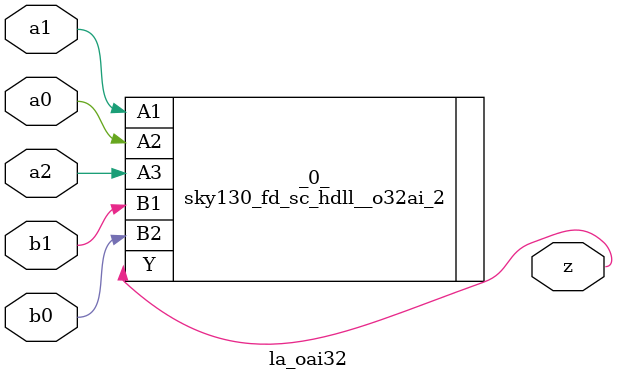
<source format=v>

/* Generated by Yosys 0.37 (git sha1 a5c7f69ed, clang 14.0.0-1ubuntu1.1 -fPIC -Os) */

module la_oai32(a0, a1, a2, b0, b1, z);
  input a0;
  wire a0;
  input a1;
  wire a1;
  input a2;
  wire a2;
  input b0;
  wire b0;
  input b1;
  wire b1;
  output z;
  wire z;
  sky130_fd_sc_hdll__o32ai_2 _0_ (
    .A1(a1),
    .A2(a0),
    .A3(a2),
    .B1(b1),
    .B2(b0),
    .Y(z)
  );
endmodule

</source>
